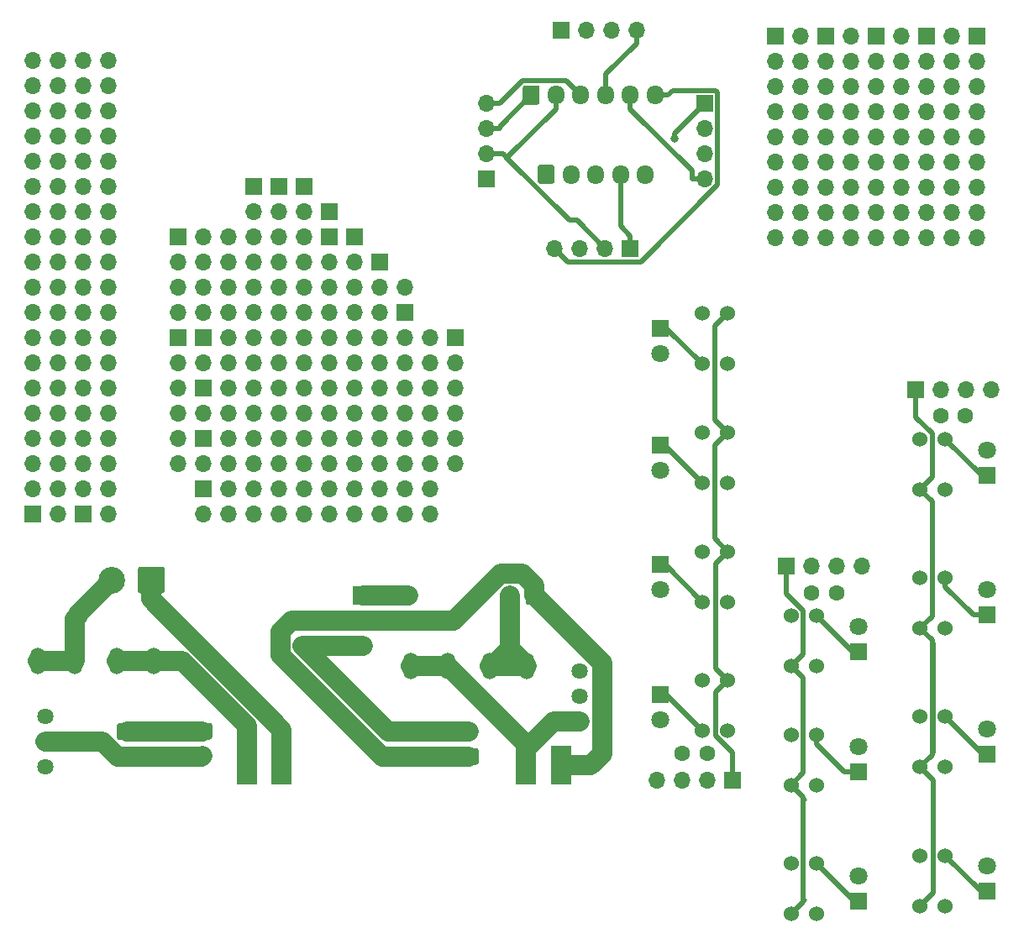
<source format=gbl>
%TF.GenerationSoftware,KiCad,Pcbnew,(5.1.10)-1*%
%TF.CreationDate,2021-11-13T22:23:51+09:00*%
%TF.ProjectId,herakuresu.line,68657261-6b75-4726-9573-752e6c696e65,rev?*%
%TF.SameCoordinates,Original*%
%TF.FileFunction,Copper,L2,Bot*%
%TF.FilePolarity,Positive*%
%FSLAX46Y46*%
G04 Gerber Fmt 4.6, Leading zero omitted, Abs format (unit mm)*
G04 Created by KiCad (PCBNEW (5.1.10)-1) date 2021-11-13 22:23:51*
%MOMM*%
%LPD*%
G01*
G04 APERTURE LIST*
%TA.AperFunction,ComponentPad*%
%ADD10O,1.700000X1.700000*%
%TD*%
%TA.AperFunction,ComponentPad*%
%ADD11R,1.700000X1.700000*%
%TD*%
%TA.AperFunction,ComponentPad*%
%ADD12C,1.600000*%
%TD*%
%TA.AperFunction,ComponentPad*%
%ADD13R,1.800000X1.800000*%
%TD*%
%TA.AperFunction,ComponentPad*%
%ADD14C,1.800000*%
%TD*%
%TA.AperFunction,ComponentPad*%
%ADD15C,1.524000*%
%TD*%
%TA.AperFunction,ComponentPad*%
%ADD16O,2.000000X1.700000*%
%TD*%
%TA.AperFunction,SMDPad,CuDef*%
%ADD17R,2.000000X4.000000*%
%TD*%
%TA.AperFunction,ComponentPad*%
%ADD18C,1.635000*%
%TD*%
%TA.AperFunction,ComponentPad*%
%ADD19R,2.000000X1.905000*%
%TD*%
%TA.AperFunction,ComponentPad*%
%ADD20O,2.000000X1.905000*%
%TD*%
%TA.AperFunction,ComponentPad*%
%ADD21O,1.500000X2.700000*%
%TD*%
%TA.AperFunction,ComponentPad*%
%ADD22O,1.700000X2.000000*%
%TD*%
%TA.AperFunction,ComponentPad*%
%ADD23C,2.700000*%
%TD*%
%TA.AperFunction,ComponentPad*%
%ADD24O,1.700000X1.950000*%
%TD*%
%TA.AperFunction,ViaPad*%
%ADD25C,0.800000*%
%TD*%
%TA.AperFunction,Conductor*%
%ADD26C,0.500000*%
%TD*%
%TA.AperFunction,Conductor*%
%ADD27C,0.250000*%
%TD*%
%TA.AperFunction,Conductor*%
%ADD28C,2.000000*%
%TD*%
G04 APERTURE END LIST*
D10*
%TO.P,REF\u002A\u002A,9*%
%TO.N,N/C*%
X186714985Y-78434968D03*
%TO.P,REF\u002A\u002A,8*%
X186714985Y-75894968D03*
%TO.P,REF\u002A\u002A,7*%
X186714985Y-73354968D03*
%TO.P,REF\u002A\u002A,6*%
X186714985Y-70814968D03*
%TO.P,REF\u002A\u002A,5*%
X186714985Y-68274968D03*
%TO.P,REF\u002A\u002A,4*%
X186714985Y-65734968D03*
%TO.P,REF\u002A\u002A,3*%
X186714985Y-63194968D03*
%TO.P,REF\u002A\u002A,2*%
X186714985Y-60654968D03*
D11*
%TO.P,REF\u002A\u002A,1*%
X186714985Y-58114968D03*
%TD*%
%TO.P,REF\u002A\u002A,1*%
%TO.N,N/C*%
X191794985Y-58114968D03*
D10*
%TO.P,REF\u002A\u002A,2*%
X189254985Y-58114968D03*
%TO.P,REF\u002A\u002A,3*%
X191794985Y-60654968D03*
%TO.P,REF\u002A\u002A,4*%
X189254985Y-60654968D03*
%TO.P,REF\u002A\u002A,5*%
X191794985Y-63194968D03*
%TO.P,REF\u002A\u002A,6*%
X189254985Y-63194968D03*
%TO.P,REF\u002A\u002A,7*%
X191794985Y-65734968D03*
%TO.P,REF\u002A\u002A,8*%
X189254985Y-65734968D03*
%TO.P,REF\u002A\u002A,9*%
X191794985Y-68274968D03*
%TO.P,REF\u002A\u002A,10*%
X189254985Y-68274968D03*
%TO.P,REF\u002A\u002A,11*%
X191794985Y-70814968D03*
%TO.P,REF\u002A\u002A,12*%
X189254985Y-70814968D03*
%TO.P,REF\u002A\u002A,13*%
X191794985Y-73354968D03*
%TO.P,REF\u002A\u002A,14*%
X189254985Y-73354968D03*
%TO.P,REF\u002A\u002A,15*%
X191794985Y-75894968D03*
%TO.P,REF\u002A\u002A,16*%
X189254985Y-75894968D03*
%TO.P,REF\u002A\u002A,17*%
X191794985Y-78434968D03*
%TO.P,REF\u002A\u002A,18*%
X189254985Y-78434968D03*
%TD*%
D11*
%TO.P,REF\u002A\u002A,1*%
%TO.N,N/C*%
X196874985Y-58114968D03*
D10*
%TO.P,REF\u002A\u002A,2*%
X194334985Y-58114968D03*
%TO.P,REF\u002A\u002A,3*%
X196874985Y-60654968D03*
%TO.P,REF\u002A\u002A,4*%
X194334985Y-60654968D03*
%TO.P,REF\u002A\u002A,5*%
X196874985Y-63194968D03*
%TO.P,REF\u002A\u002A,6*%
X194334985Y-63194968D03*
%TO.P,REF\u002A\u002A,7*%
X196874985Y-65734968D03*
%TO.P,REF\u002A\u002A,8*%
X194334985Y-65734968D03*
%TO.P,REF\u002A\u002A,9*%
X196874985Y-68274968D03*
%TO.P,REF\u002A\u002A,10*%
X194334985Y-68274968D03*
%TO.P,REF\u002A\u002A,11*%
X196874985Y-70814968D03*
%TO.P,REF\u002A\u002A,12*%
X194334985Y-70814968D03*
%TO.P,REF\u002A\u002A,13*%
X196874985Y-73354968D03*
%TO.P,REF\u002A\u002A,14*%
X194334985Y-73354968D03*
%TO.P,REF\u002A\u002A,15*%
X196874985Y-75894968D03*
%TO.P,REF\u002A\u002A,16*%
X194334985Y-75894968D03*
%TO.P,REF\u002A\u002A,17*%
X196874985Y-78434968D03*
%TO.P,REF\u002A\u002A,18*%
X194334985Y-78434968D03*
%TD*%
D11*
%TO.P,REF\u002A\u002A,1*%
%TO.N,N/C*%
X201954985Y-58114968D03*
D10*
%TO.P,REF\u002A\u002A,2*%
X199414985Y-58114968D03*
%TO.P,REF\u002A\u002A,3*%
X201954985Y-60654968D03*
%TO.P,REF\u002A\u002A,4*%
X199414985Y-60654968D03*
%TO.P,REF\u002A\u002A,5*%
X201954985Y-63194968D03*
%TO.P,REF\u002A\u002A,6*%
X199414985Y-63194968D03*
%TO.P,REF\u002A\u002A,7*%
X201954985Y-65734968D03*
%TO.P,REF\u002A\u002A,8*%
X199414985Y-65734968D03*
%TO.P,REF\u002A\u002A,9*%
X201954985Y-68274968D03*
%TO.P,REF\u002A\u002A,10*%
X199414985Y-68274968D03*
%TO.P,REF\u002A\u002A,11*%
X201954985Y-70814968D03*
%TO.P,REF\u002A\u002A,12*%
X199414985Y-70814968D03*
%TO.P,REF\u002A\u002A,13*%
X201954985Y-73354968D03*
%TO.P,REF\u002A\u002A,14*%
X199414985Y-73354968D03*
%TO.P,REF\u002A\u002A,15*%
X201954985Y-75894968D03*
%TO.P,REF\u002A\u002A,16*%
X199414985Y-75894968D03*
%TO.P,REF\u002A\u002A,17*%
X201954985Y-78434968D03*
%TO.P,REF\u002A\u002A,18*%
X199414985Y-78434968D03*
%TD*%
%TO.P,REF\u002A\u002A,18*%
%TO.N,N/C*%
X204494985Y-78434968D03*
%TO.P,REF\u002A\u002A,17*%
X207034985Y-78434968D03*
%TO.P,REF\u002A\u002A,16*%
X204494985Y-75894968D03*
%TO.P,REF\u002A\u002A,15*%
X207034985Y-75894968D03*
%TO.P,REF\u002A\u002A,14*%
X204494985Y-73354968D03*
%TO.P,REF\u002A\u002A,13*%
X207034985Y-73354968D03*
%TO.P,REF\u002A\u002A,12*%
X204494985Y-70814968D03*
%TO.P,REF\u002A\u002A,11*%
X207034985Y-70814968D03*
%TO.P,REF\u002A\u002A,10*%
X204494985Y-68274968D03*
%TO.P,REF\u002A\u002A,9*%
X207034985Y-68274968D03*
%TO.P,REF\u002A\u002A,8*%
X204494985Y-65734968D03*
%TO.P,REF\u002A\u002A,7*%
X207034985Y-65734968D03*
%TO.P,REF\u002A\u002A,6*%
X204494985Y-63194968D03*
%TO.P,REF\u002A\u002A,5*%
X207034985Y-63194968D03*
%TO.P,REF\u002A\u002A,4*%
X204494985Y-60654968D03*
%TO.P,REF\u002A\u002A,3*%
X207034985Y-60654968D03*
%TO.P,REF\u002A\u002A,2*%
X204494985Y-58114968D03*
D11*
%TO.P,REF\u002A\u002A,1*%
X207034985Y-58114968D03*
%TD*%
%TO.P,REF\u002A\u002A,1*%
%TO.N,N/C*%
X146769985Y-80904968D03*
%TD*%
%TO.P,REF\u002A\u002A,1*%
%TO.N,N/C*%
X141689985Y-75824968D03*
%TD*%
%TO.P,REF\u002A\u002A,1*%
%TO.N,N/C*%
X139149985Y-73284968D03*
D10*
%TO.P,REF\u002A\u002A,2*%
X139149985Y-75824968D03*
%TD*%
D11*
%TO.P,REF\u002A\u002A,1*%
%TO.N,N/C*%
X136609985Y-73284968D03*
D10*
%TO.P,REF\u002A\u002A,2*%
X136609985Y-75824968D03*
%TD*%
D11*
%TO.P,REF\u002A\u002A,1*%
%TO.N,N/C*%
X134069985Y-73284968D03*
D10*
%TO.P,REF\u002A\u002A,2*%
X134069985Y-75824968D03*
%TD*%
D11*
%TO.P,REF\u002A\u002A,1*%
%TO.N,N/C*%
X144229985Y-78364968D03*
D10*
%TO.P,REF\u002A\u002A,2*%
X144229985Y-80904968D03*
%TD*%
%TO.P,REF\u002A\u002A,2*%
%TO.N,N/C*%
X141689985Y-80904968D03*
D11*
%TO.P,REF\u002A\u002A,1*%
X141689985Y-78364968D03*
%TD*%
D10*
%TO.P,REF\u002A\u002A,6*%
%TO.N,N/C*%
X154389985Y-101224968D03*
%TO.P,REF\u002A\u002A,5*%
X154389985Y-98684968D03*
%TO.P,REF\u002A\u002A,4*%
X154389985Y-96144968D03*
%TO.P,REF\u002A\u002A,3*%
X154389985Y-93604968D03*
%TO.P,REF\u002A\u002A,2*%
X154389985Y-91064968D03*
D11*
%TO.P,REF\u002A\u002A,1*%
X154389985Y-88524968D03*
%TD*%
D10*
%TO.P,REF\u002A\u002A,6*%
%TO.N,N/C*%
X126449985Y-101224968D03*
%TO.P,REF\u002A\u002A,5*%
X126449985Y-98684968D03*
%TO.P,REF\u002A\u002A,4*%
X126449985Y-96144968D03*
%TO.P,REF\u002A\u002A,3*%
X126449985Y-93604968D03*
%TO.P,REF\u002A\u002A,2*%
X126449985Y-91064968D03*
D11*
%TO.P,REF\u002A\u002A,1*%
X126449985Y-88524968D03*
%TD*%
D10*
%TO.P,REF\u002A\u002A,12*%
%TO.N,N/C*%
X139149985Y-80904968D03*
%TO.P,REF\u002A\u002A,11*%
X139149985Y-78364968D03*
%TO.P,REF\u002A\u002A,10*%
X136609985Y-80904968D03*
%TO.P,REF\u002A\u002A,9*%
X136609985Y-78364968D03*
%TO.P,REF\u002A\u002A,8*%
X134069985Y-80904968D03*
%TO.P,REF\u002A\u002A,7*%
X134069985Y-78364968D03*
%TO.P,REF\u002A\u002A,6*%
X131529985Y-80904968D03*
%TO.P,REF\u002A\u002A,5*%
X131529985Y-78364968D03*
%TO.P,REF\u002A\u002A,4*%
X128989985Y-80904968D03*
%TO.P,REF\u002A\u002A,3*%
X128989985Y-78364968D03*
%TO.P,REF\u002A\u002A,2*%
X126449985Y-80904968D03*
D11*
%TO.P,REF\u002A\u002A,1*%
X126449985Y-78364968D03*
%TD*%
%TO.P,REF\u002A\u002A,1*%
%TO.N,N/C*%
X149309985Y-85984968D03*
D10*
%TO.P,REF\u002A\u002A,2*%
X149309985Y-83444968D03*
%TO.P,REF\u002A\u002A,3*%
X146769985Y-85984968D03*
%TO.P,REF\u002A\u002A,4*%
X146769985Y-83444968D03*
%TO.P,REF\u002A\u002A,5*%
X144229985Y-85984968D03*
%TO.P,REF\u002A\u002A,6*%
X144229985Y-83444968D03*
%TO.P,REF\u002A\u002A,7*%
X141689985Y-85984968D03*
%TO.P,REF\u002A\u002A,8*%
X141689985Y-83444968D03*
%TO.P,REF\u002A\u002A,9*%
X139149985Y-85984968D03*
%TO.P,REF\u002A\u002A,10*%
X139149985Y-83444968D03*
%TO.P,REF\u002A\u002A,11*%
X136609985Y-85984968D03*
%TO.P,REF\u002A\u002A,12*%
X136609985Y-83444968D03*
%TO.P,REF\u002A\u002A,13*%
X134069985Y-85984968D03*
%TO.P,REF\u002A\u002A,14*%
X134069985Y-83444968D03*
%TO.P,REF\u002A\u002A,15*%
X131529985Y-85984968D03*
%TO.P,REF\u002A\u002A,16*%
X131529985Y-83444968D03*
%TO.P,REF\u002A\u002A,17*%
X128989985Y-85984968D03*
%TO.P,REF\u002A\u002A,18*%
X128989985Y-83444968D03*
%TO.P,REF\u002A\u002A,19*%
X126449985Y-85984968D03*
%TO.P,REF\u002A\u002A,20*%
X126449985Y-83444968D03*
%TD*%
D11*
%TO.P,REF\u002A\u002A,1*%
%TO.N,N/C*%
X128989985Y-88524968D03*
D10*
%TO.P,REF\u002A\u002A,2*%
X128989985Y-91064968D03*
%TO.P,REF\u002A\u002A,3*%
X131529985Y-88524968D03*
%TO.P,REF\u002A\u002A,4*%
X131529985Y-91064968D03*
%TO.P,REF\u002A\u002A,5*%
X134069985Y-88524968D03*
%TO.P,REF\u002A\u002A,6*%
X134069985Y-91064968D03*
%TO.P,REF\u002A\u002A,7*%
X136609985Y-88524968D03*
%TO.P,REF\u002A\u002A,8*%
X136609985Y-91064968D03*
%TO.P,REF\u002A\u002A,9*%
X139149985Y-88524968D03*
%TO.P,REF\u002A\u002A,10*%
X139149985Y-91064968D03*
%TO.P,REF\u002A\u002A,11*%
X141689985Y-88524968D03*
%TO.P,REF\u002A\u002A,12*%
X141689985Y-91064968D03*
%TO.P,REF\u002A\u002A,13*%
X144229985Y-88524968D03*
%TO.P,REF\u002A\u002A,14*%
X144229985Y-91064968D03*
%TO.P,REF\u002A\u002A,15*%
X146769985Y-88524968D03*
%TO.P,REF\u002A\u002A,16*%
X146769985Y-91064968D03*
%TO.P,REF\u002A\u002A,17*%
X149309985Y-88524968D03*
%TO.P,REF\u002A\u002A,18*%
X149309985Y-91064968D03*
%TO.P,REF\u002A\u002A,19*%
X151849985Y-88524968D03*
%TO.P,REF\u002A\u002A,20*%
X151849985Y-91064968D03*
%TD*%
D11*
%TO.P,REF\u002A\u002A,1*%
%TO.N,N/C*%
X128989985Y-93604968D03*
D10*
%TO.P,REF\u002A\u002A,2*%
X128989985Y-96144968D03*
%TO.P,REF\u002A\u002A,3*%
X131529985Y-93604968D03*
%TO.P,REF\u002A\u002A,4*%
X131529985Y-96144968D03*
%TO.P,REF\u002A\u002A,5*%
X134069985Y-93604968D03*
%TO.P,REF\u002A\u002A,6*%
X134069985Y-96144968D03*
%TO.P,REF\u002A\u002A,7*%
X136609985Y-93604968D03*
%TO.P,REF\u002A\u002A,8*%
X136609985Y-96144968D03*
%TO.P,REF\u002A\u002A,9*%
X139149985Y-93604968D03*
%TO.P,REF\u002A\u002A,10*%
X139149985Y-96144968D03*
%TO.P,REF\u002A\u002A,11*%
X141689985Y-93604968D03*
%TO.P,REF\u002A\u002A,12*%
X141689985Y-96144968D03*
%TO.P,REF\u002A\u002A,13*%
X144229985Y-93604968D03*
%TO.P,REF\u002A\u002A,14*%
X144229985Y-96144968D03*
%TO.P,REF\u002A\u002A,15*%
X146769985Y-93604968D03*
%TO.P,REF\u002A\u002A,16*%
X146769985Y-96144968D03*
%TO.P,REF\u002A\u002A,17*%
X149309985Y-93604968D03*
%TO.P,REF\u002A\u002A,18*%
X149309985Y-96144968D03*
%TO.P,REF\u002A\u002A,19*%
X151849985Y-93604968D03*
%TO.P,REF\u002A\u002A,20*%
X151849985Y-96144968D03*
%TD*%
D11*
%TO.P,REF\u002A\u002A,1*%
%TO.N,N/C*%
X128989985Y-98684968D03*
D10*
%TO.P,REF\u002A\u002A,2*%
X128989985Y-101224968D03*
%TO.P,REF\u002A\u002A,3*%
X131529985Y-98684968D03*
%TO.P,REF\u002A\u002A,4*%
X131529985Y-101224968D03*
%TO.P,REF\u002A\u002A,5*%
X134069985Y-98684968D03*
%TO.P,REF\u002A\u002A,6*%
X134069985Y-101224968D03*
%TO.P,REF\u002A\u002A,7*%
X136609985Y-98684968D03*
%TO.P,REF\u002A\u002A,8*%
X136609985Y-101224968D03*
%TO.P,REF\u002A\u002A,9*%
X139149985Y-98684968D03*
%TO.P,REF\u002A\u002A,10*%
X139149985Y-101224968D03*
%TO.P,REF\u002A\u002A,11*%
X141689985Y-98684968D03*
%TO.P,REF\u002A\u002A,12*%
X141689985Y-101224968D03*
%TO.P,REF\u002A\u002A,13*%
X144229985Y-98684968D03*
%TO.P,REF\u002A\u002A,14*%
X144229985Y-101224968D03*
%TO.P,REF\u002A\u002A,15*%
X146769985Y-98684968D03*
%TO.P,REF\u002A\u002A,16*%
X146769985Y-101224968D03*
%TO.P,REF\u002A\u002A,17*%
X149309985Y-98684968D03*
%TO.P,REF\u002A\u002A,18*%
X149309985Y-101224968D03*
%TO.P,REF\u002A\u002A,19*%
X151849985Y-98684968D03*
%TO.P,REF\u002A\u002A,20*%
X151849985Y-101224968D03*
%TD*%
%TO.P,REF\u002A\u002A,20*%
%TO.N,N/C*%
X151849985Y-106304968D03*
%TO.P,REF\u002A\u002A,19*%
X151849985Y-103764968D03*
%TO.P,REF\u002A\u002A,18*%
X149309985Y-106304968D03*
%TO.P,REF\u002A\u002A,17*%
X149309985Y-103764968D03*
%TO.P,REF\u002A\u002A,16*%
X146769985Y-106304968D03*
%TO.P,REF\u002A\u002A,15*%
X146769985Y-103764968D03*
%TO.P,REF\u002A\u002A,14*%
X144229985Y-106304968D03*
%TO.P,REF\u002A\u002A,13*%
X144229985Y-103764968D03*
%TO.P,REF\u002A\u002A,12*%
X141689985Y-106304968D03*
%TO.P,REF\u002A\u002A,11*%
X141689985Y-103764968D03*
%TO.P,REF\u002A\u002A,10*%
X139149985Y-106304968D03*
%TO.P,REF\u002A\u002A,9*%
X139149985Y-103764968D03*
%TO.P,REF\u002A\u002A,8*%
X136609985Y-106304968D03*
%TO.P,REF\u002A\u002A,7*%
X136609985Y-103764968D03*
%TO.P,REF\u002A\u002A,6*%
X134069985Y-106304968D03*
%TO.P,REF\u002A\u002A,5*%
X134069985Y-103764968D03*
%TO.P,REF\u002A\u002A,4*%
X131529985Y-106304968D03*
%TO.P,REF\u002A\u002A,3*%
X131529985Y-103764968D03*
%TO.P,REF\u002A\u002A,2*%
X128989985Y-106304968D03*
D11*
%TO.P,REF\u002A\u002A,1*%
X128989985Y-103764968D03*
%TD*%
D10*
%TO.P,REF\u002A\u002A,38*%
%TO.N,N/C*%
X119464985Y-60584968D03*
%TO.P,REF\u002A\u002A,37*%
X116924985Y-60584968D03*
%TO.P,REF\u002A\u002A,36*%
X119464985Y-63124968D03*
%TO.P,REF\u002A\u002A,35*%
X116924985Y-63124968D03*
%TO.P,REF\u002A\u002A,34*%
X119464985Y-65664968D03*
%TO.P,REF\u002A\u002A,33*%
X116924985Y-65664968D03*
%TO.P,REF\u002A\u002A,32*%
X119464985Y-68204968D03*
%TO.P,REF\u002A\u002A,31*%
X116924985Y-68204968D03*
%TO.P,REF\u002A\u002A,30*%
X119464985Y-70744968D03*
%TO.P,REF\u002A\u002A,29*%
X116924985Y-70744968D03*
%TO.P,REF\u002A\u002A,28*%
X119464985Y-73284968D03*
%TO.P,REF\u002A\u002A,27*%
X116924985Y-73284968D03*
%TO.P,REF\u002A\u002A,26*%
X119464985Y-75824968D03*
%TO.P,REF\u002A\u002A,25*%
X116924985Y-75824968D03*
%TO.P,REF\u002A\u002A,24*%
X119464985Y-78364968D03*
%TO.P,REF\u002A\u002A,23*%
X116924985Y-78364968D03*
%TO.P,REF\u002A\u002A,22*%
X119464985Y-80904968D03*
%TO.P,REF\u002A\u002A,21*%
X116924985Y-80904968D03*
%TO.P,REF\u002A\u002A,20*%
X119464985Y-83444968D03*
%TO.P,REF\u002A\u002A,19*%
X116924985Y-83444968D03*
%TO.P,REF\u002A\u002A,18*%
X119464985Y-85984968D03*
%TO.P,REF\u002A\u002A,17*%
X116924985Y-85984968D03*
%TO.P,REF\u002A\u002A,16*%
X119464985Y-88524968D03*
%TO.P,REF\u002A\u002A,15*%
X116924985Y-88524968D03*
%TO.P,REF\u002A\u002A,14*%
X119464985Y-91064968D03*
%TO.P,REF\u002A\u002A,13*%
X116924985Y-91064968D03*
%TO.P,REF\u002A\u002A,12*%
X119464985Y-93604968D03*
%TO.P,REF\u002A\u002A,11*%
X116924985Y-93604968D03*
%TO.P,REF\u002A\u002A,10*%
X119464985Y-96144968D03*
%TO.P,REF\u002A\u002A,9*%
X116924985Y-96144968D03*
%TO.P,REF\u002A\u002A,8*%
X119464985Y-98684968D03*
%TO.P,REF\u002A\u002A,7*%
X116924985Y-98684968D03*
%TO.P,REF\u002A\u002A,6*%
X119464985Y-101224968D03*
%TO.P,REF\u002A\u002A,5*%
X116924985Y-101224968D03*
%TO.P,REF\u002A\u002A,4*%
X119464985Y-103764968D03*
%TO.P,REF\u002A\u002A,3*%
X116924985Y-103764968D03*
%TO.P,REF\u002A\u002A,2*%
X119464985Y-106304968D03*
D11*
%TO.P,REF\u002A\u002A,1*%
X116924985Y-106304968D03*
%TD*%
D10*
%TO.P,REF\u002A\u002A,38*%
%TO.N,N/C*%
X114384985Y-60584968D03*
%TO.P,REF\u002A\u002A,37*%
X111844985Y-60584968D03*
%TO.P,REF\u002A\u002A,36*%
X114384985Y-63124968D03*
%TO.P,REF\u002A\u002A,35*%
X111844985Y-63124968D03*
%TO.P,REF\u002A\u002A,34*%
X114384985Y-65664968D03*
%TO.P,REF\u002A\u002A,33*%
X111844985Y-65664968D03*
%TO.P,REF\u002A\u002A,32*%
X114384985Y-68204968D03*
%TO.P,REF\u002A\u002A,31*%
X111844985Y-68204968D03*
%TO.P,REF\u002A\u002A,30*%
X114384985Y-70744968D03*
%TO.P,REF\u002A\u002A,29*%
X111844985Y-70744968D03*
%TO.P,REF\u002A\u002A,28*%
X114384985Y-73284968D03*
%TO.P,REF\u002A\u002A,27*%
X111844985Y-73284968D03*
%TO.P,REF\u002A\u002A,26*%
X114384985Y-75824968D03*
%TO.P,REF\u002A\u002A,25*%
X111844985Y-75824968D03*
%TO.P,REF\u002A\u002A,24*%
X114384985Y-78364968D03*
%TO.P,REF\u002A\u002A,23*%
X111844985Y-78364968D03*
%TO.P,REF\u002A\u002A,22*%
X114384985Y-80904968D03*
%TO.P,REF\u002A\u002A,21*%
X111844985Y-80904968D03*
%TO.P,REF\u002A\u002A,20*%
X114384985Y-83444968D03*
%TO.P,REF\u002A\u002A,19*%
X111844985Y-83444968D03*
%TO.P,REF\u002A\u002A,18*%
X114384985Y-85984968D03*
%TO.P,REF\u002A\u002A,17*%
X111844985Y-85984968D03*
%TO.P,REF\u002A\u002A,16*%
X114384985Y-88524968D03*
%TO.P,REF\u002A\u002A,15*%
X111844985Y-88524968D03*
%TO.P,REF\u002A\u002A,14*%
X114384985Y-91064968D03*
%TO.P,REF\u002A\u002A,13*%
X111844985Y-91064968D03*
%TO.P,REF\u002A\u002A,12*%
X114384985Y-93604968D03*
%TO.P,REF\u002A\u002A,11*%
X111844985Y-93604968D03*
%TO.P,REF\u002A\u002A,10*%
X114384985Y-96144968D03*
%TO.P,REF\u002A\u002A,9*%
X111844985Y-96144968D03*
%TO.P,REF\u002A\u002A,8*%
X114384985Y-98684968D03*
%TO.P,REF\u002A\u002A,7*%
X111844985Y-98684968D03*
%TO.P,REF\u002A\u002A,6*%
X114384985Y-101224968D03*
%TO.P,REF\u002A\u002A,5*%
X111844985Y-101224968D03*
%TO.P,REF\u002A\u002A,4*%
X114384985Y-103764968D03*
%TO.P,REF\u002A\u002A,3*%
X111844985Y-103764968D03*
%TO.P,REF\u002A\u002A,2*%
X114384985Y-106304968D03*
D11*
%TO.P,REF\u002A\u002A,1*%
X111844985Y-106304968D03*
%TD*%
D12*
%TO.P,C1,1*%
%TO.N,N/C*%
X179784986Y-130489664D03*
%TO.P,C1,2*%
X177284986Y-130489664D03*
%TD*%
D13*
%TO.P,D1,1*%
%TO.N,N/C*%
X175094986Y-124494664D03*
D14*
%TO.P,D1,2*%
X175094986Y-127034664D03*
%TD*%
D15*
%TO.P,U4,1*%
%TO.N,N/C*%
X179324986Y-91179664D03*
%TO.P,U4,2*%
X181864986Y-91179664D03*
%TO.P,U4,3*%
X181864986Y-86099664D03*
%TO.P,U4,4*%
X179324986Y-86099664D03*
%TD*%
%TO.P,U2,1*%
%TO.N,N/C*%
X179324986Y-115179664D03*
%TO.P,U2,2*%
X181864986Y-115179664D03*
%TO.P,U2,3*%
X181864986Y-110099664D03*
%TO.P,U2,4*%
X179324986Y-110099664D03*
%TD*%
%TO.P,U3,1*%
%TO.N,N/C*%
X179324986Y-103179664D03*
%TO.P,U3,2*%
X181864986Y-103179664D03*
%TO.P,U3,3*%
X181864986Y-98099664D03*
%TO.P,U3,4*%
X179324986Y-98099664D03*
%TD*%
D13*
%TO.P,D2,1*%
%TO.N,N/C*%
X175094986Y-111429664D03*
D14*
%TO.P,D2,2*%
X175094986Y-113969664D03*
%TD*%
D15*
%TO.P,U1,1*%
%TO.N,N/C*%
X179324986Y-128179664D03*
%TO.P,U1,2*%
X181864986Y-128179664D03*
%TO.P,U1,3*%
X181864986Y-123099664D03*
%TO.P,U1,4*%
X179324986Y-123099664D03*
%TD*%
D13*
%TO.P,D4,1*%
%TO.N,N/C*%
X175094986Y-87569664D03*
D14*
%TO.P,D4,2*%
X175094986Y-90109664D03*
%TD*%
D13*
%TO.P,D3,1*%
%TO.N,N/C*%
X175094986Y-99364664D03*
D14*
%TO.P,D3,2*%
X175094986Y-101904664D03*
%TD*%
D11*
%TO.P,J1,1*%
%TO.N,N/C*%
X182324986Y-133164664D03*
D10*
%TO.P,J1,2*%
X179784986Y-133164664D03*
%TO.P,J1,3*%
X177244986Y-133164664D03*
%TO.P,J1,4*%
X174704986Y-133164664D03*
%TD*%
D12*
%TO.P,C1,1*%
%TO.N,N/C*%
X190364985Y-114249968D03*
%TO.P,C1,2*%
X192864985Y-114249968D03*
%TD*%
D13*
%TO.P,D1,1*%
%TO.N,N/C*%
X195054985Y-120244968D03*
D14*
%TO.P,D1,2*%
X195054985Y-117704968D03*
%TD*%
D15*
%TO.P,U2,1*%
%TO.N,N/C*%
X190824985Y-128559968D03*
%TO.P,U2,2*%
X188284985Y-128559968D03*
%TO.P,U2,3*%
X188284985Y-133639968D03*
%TO.P,U2,4*%
X190824985Y-133639968D03*
%TD*%
%TO.P,U3,1*%
%TO.N,N/C*%
X190824985Y-141559968D03*
%TO.P,U3,2*%
X188284985Y-141559968D03*
%TO.P,U3,3*%
X188284985Y-146639968D03*
%TO.P,U3,4*%
X190824985Y-146639968D03*
%TD*%
D13*
%TO.P,D2,1*%
%TO.N,N/C*%
X195054985Y-132309968D03*
D14*
%TO.P,D2,2*%
X195054985Y-129769968D03*
%TD*%
D15*
%TO.P,U1,1*%
%TO.N,N/C*%
X190824985Y-116559968D03*
%TO.P,U1,2*%
X188284985Y-116559968D03*
%TO.P,U1,3*%
X188284985Y-121639968D03*
%TO.P,U1,4*%
X190824985Y-121639968D03*
%TD*%
D13*
%TO.P,D3,1*%
%TO.N,N/C*%
X195054985Y-145374968D03*
D14*
%TO.P,D3,2*%
X195054985Y-142834968D03*
%TD*%
D11*
%TO.P,J1,1*%
%TO.N,N/C*%
X187824985Y-111574968D03*
D10*
%TO.P,J1,2*%
X190364985Y-111574968D03*
%TO.P,J1,3*%
X192904985Y-111574968D03*
%TO.P,J1,4*%
X195444985Y-111574968D03*
%TD*%
D15*
%TO.P,U1,4*%
%TO.N,GND*%
X203807493Y-103827484D03*
%TO.P,U1,3*%
%TO.N,Vout*%
X201267493Y-103827484D03*
%TO.P,U1,2*%
%TO.N,+5V*%
X201267493Y-98747484D03*
%TO.P,U1,1*%
%TO.N,Net-(D1-Pad1)*%
X203807493Y-98747484D03*
%TD*%
%TO.P,U2,4*%
%TO.N,GND*%
X203807493Y-117827484D03*
%TO.P,U2,3*%
%TO.N,Vout*%
X201267493Y-117827484D03*
%TO.P,U2,2*%
%TO.N,+5V*%
X201267493Y-112747484D03*
%TO.P,U2,1*%
%TO.N,Net-(D2-Pad1)*%
X203807493Y-112747484D03*
%TD*%
%TO.P,U3,4*%
%TO.N,GND*%
X203807493Y-131827484D03*
%TO.P,U3,3*%
%TO.N,Vout*%
X201267493Y-131827484D03*
%TO.P,U3,2*%
%TO.N,+5V*%
X201267493Y-126747484D03*
%TO.P,U3,1*%
%TO.N,Net-(D3-Pad1)*%
X203807493Y-126747484D03*
%TD*%
%TO.P,U4,4*%
%TO.N,GND*%
X203807493Y-145827484D03*
%TO.P,U4,3*%
%TO.N,Vout*%
X201267493Y-145827484D03*
%TO.P,U4,2*%
%TO.N,+5V*%
X201267493Y-140747484D03*
%TO.P,U4,1*%
%TO.N,Net-(D4-Pad1)*%
X203807493Y-140747484D03*
%TD*%
D10*
%TO.P,J1,4*%
%TO.N,LED*%
X208427493Y-93762484D03*
%TO.P,J1,3*%
%TO.N,GND*%
X205887493Y-93762484D03*
%TO.P,J1,2*%
%TO.N,+5V*%
X203347493Y-93762484D03*
D11*
%TO.P,J1,1*%
%TO.N,Vout*%
X200807493Y-93762484D03*
%TD*%
D14*
%TO.P,D4,2*%
%TO.N,LED*%
X208037493Y-141817484D03*
D13*
%TO.P,D4,1*%
%TO.N,Net-(D4-Pad1)*%
X208037493Y-144357484D03*
%TD*%
D14*
%TO.P,D3,2*%
%TO.N,LED*%
X208037493Y-128022484D03*
D13*
%TO.P,D3,1*%
%TO.N,Net-(D3-Pad1)*%
X208037493Y-130562484D03*
%TD*%
D14*
%TO.P,D2,2*%
%TO.N,LED*%
X208037493Y-113957484D03*
D13*
%TO.P,D2,1*%
%TO.N,Net-(D2-Pad1)*%
X208037493Y-116497484D03*
%TD*%
D14*
%TO.P,D1,2*%
%TO.N,LED*%
X208037493Y-99892484D03*
D13*
%TO.P,D1,1*%
%TO.N,Net-(D1-Pad1)*%
X208037493Y-102432484D03*
%TD*%
D12*
%TO.P,C1,2*%
%TO.N,GND*%
X205847493Y-96437484D03*
%TO.P,C1,1*%
%TO.N,+5V*%
X203347493Y-96437484D03*
%TD*%
%TO.P,C2,1*%
%TO.N,GND*%
X149692499Y-117045651D03*
%TO.P,C2,2*%
%TO.N,Net-(C2-Pad2)*%
X149692499Y-114545651D03*
%TD*%
%TO.P,J8,1*%
%TO.N,GND1*%
%TA.AperFunction,ComponentPad*%
G36*
G01*
X120554498Y-127411651D02*
X122054498Y-127411651D01*
G75*
G02*
X122304498Y-127661651I0J-250000D01*
G01*
X122304498Y-128861651D01*
G75*
G02*
X122054498Y-129111651I-250000J0D01*
G01*
X120554498Y-129111651D01*
G75*
G02*
X120304498Y-128861651I0J250000D01*
G01*
X120304498Y-127661651D01*
G75*
G02*
X120554498Y-127411651I250000J0D01*
G01*
G37*
%TD.AperFunction*%
D16*
%TO.P,J8,2*%
%TO.N,+12V*%
X121304498Y-130761651D03*
%TD*%
D17*
%TO.P,MES2,2*%
%TO.N,Net-(F2-Pad2)*%
X133438499Y-131657651D03*
%TO.P,MES2,1*%
%TO.N,GND1*%
X136938499Y-131657651D03*
%TD*%
D18*
%TO.P,SW1,1*%
%TO.N,Net-(F1-Pad2)*%
X166964499Y-127205651D03*
%TO.P,SW1,2*%
%TO.N,Net-(C2-Pad2)*%
X166964499Y-124665651D03*
%TO.P,SW1,3*%
%TO.N,N/C*%
X166964499Y-122125651D03*
%TD*%
%TO.P,J1,1*%
%TO.N,GND*%
%TA.AperFunction,ComponentPad*%
G36*
G01*
X148410499Y-131611651D02*
X146910499Y-131611651D01*
G75*
G02*
X146660499Y-131361651I0J250000D01*
G01*
X146660499Y-130161651D01*
G75*
G02*
X146910499Y-129911651I250000J0D01*
G01*
X148410499Y-129911651D01*
G75*
G02*
X148660499Y-130161651I0J-250000D01*
G01*
X148660499Y-131361651D01*
G75*
G02*
X148410499Y-131611651I-250000J0D01*
G01*
G37*
%TD.AperFunction*%
D16*
%TO.P,J1,2*%
%TO.N,+5V*%
X147660499Y-128261651D03*
%TD*%
D19*
%TO.P,U7,1*%
%TO.N,Net-(C2-Pad2)*%
X145120499Y-114505651D03*
D20*
%TO.P,U7,2*%
%TO.N,GND*%
X145120499Y-117045651D03*
%TO.P,U7,3*%
%TO.N,+5V*%
X145120499Y-119585651D03*
%TD*%
D21*
%TO.P,F2,2*%
%TO.N,Net-(F2-Pad2)*%
X124046499Y-121109651D03*
X120346499Y-121109651D03*
%TO.P,F2,1*%
%TO.N,Net-(BT2-Pad2)*%
X116046499Y-121109651D03*
X112346499Y-121109651D03*
%TD*%
D17*
%TO.P,MES1,2*%
%TO.N,Net-(F1-Pad2)*%
X161578498Y-131657651D03*
%TO.P,MES1,1*%
%TO.N,GND*%
X165078498Y-131657651D03*
%TD*%
D18*
%TO.P,SW2,1*%
%TO.N,Net-(F2-Pad2)*%
X113116499Y-131777651D03*
%TO.P,SW2,2*%
%TO.N,+12V*%
X113116499Y-129237651D03*
%TO.P,SW2,3*%
%TO.N,N/C*%
X113116499Y-126697651D03*
%TD*%
%TO.P,BT1,1*%
%TO.N,GND*%
%TA.AperFunction,ComponentPad*%
G36*
G01*
X163242499Y-113755651D02*
X163242499Y-115255651D01*
G75*
G02*
X162992499Y-115505651I-250000J0D01*
G01*
X161792499Y-115505651D01*
G75*
G02*
X161542499Y-115255651I0J250000D01*
G01*
X161542499Y-113755651D01*
G75*
G02*
X161792499Y-113505651I250000J0D01*
G01*
X162992499Y-113505651D01*
G75*
G02*
X163242499Y-113755651I0J-250000D01*
G01*
G37*
%TD.AperFunction*%
D22*
%TO.P,BT1,2*%
%TO.N,Net-(BT1-Pad2)*%
X159892499Y-114505651D03*
%TD*%
%TO.P,J11,1*%
%TO.N,GND1*%
%TA.AperFunction,ComponentPad*%
G36*
G01*
X128174498Y-127371651D02*
X129674498Y-127371651D01*
G75*
G02*
X129924498Y-127621651I0J-250000D01*
G01*
X129924498Y-128821651D01*
G75*
G02*
X129674498Y-129071651I-250000J0D01*
G01*
X128174498Y-129071651D01*
G75*
G02*
X127924498Y-128821651I0J250000D01*
G01*
X127924498Y-127621651D01*
G75*
G02*
X128174498Y-127371651I250000J0D01*
G01*
G37*
%TD.AperFunction*%
D16*
%TO.P,J11,2*%
%TO.N,+12V*%
X128924498Y-130721651D03*
%TD*%
%TO.P,BT2,1*%
%TO.N,GND1*%
%TA.AperFunction,ComponentPad*%
G36*
G01*
X125134499Y-111881652D02*
X125134499Y-114081650D01*
G75*
G02*
X124884498Y-114331651I-250001J0D01*
G01*
X122684500Y-114331651D01*
G75*
G02*
X122434499Y-114081650I0J250001D01*
G01*
X122434499Y-111881652D01*
G75*
G02*
X122684500Y-111631651I250001J0D01*
G01*
X124884498Y-111631651D01*
G75*
G02*
X125134499Y-111881652I0J-250001D01*
G01*
G37*
%TD.AperFunction*%
D23*
%TO.P,BT2,2*%
%TO.N,Net-(BT2-Pad2)*%
X119824499Y-112981651D03*
%TD*%
%TO.P,J2,1*%
%TO.N,GND*%
%TA.AperFunction,ComponentPad*%
G36*
G01*
X156538499Y-131611651D02*
X155038499Y-131611651D01*
G75*
G02*
X154788499Y-131361651I0J250000D01*
G01*
X154788499Y-130161651D01*
G75*
G02*
X155038499Y-129911651I250000J0D01*
G01*
X156538499Y-129911651D01*
G75*
G02*
X156788499Y-130161651I0J-250000D01*
G01*
X156788499Y-131361651D01*
G75*
G02*
X156538499Y-131611651I-250000J0D01*
G01*
G37*
%TD.AperFunction*%
D16*
%TO.P,J2,2*%
%TO.N,+5V*%
X155788499Y-128261651D03*
%TD*%
D12*
%TO.P,C1,1*%
%TO.N,+5V*%
X139024499Y-119585651D03*
%TO.P,C1,2*%
%TO.N,GND*%
X139024499Y-117085651D03*
%TD*%
D21*
%TO.P,F1,2*%
%TO.N,Net-(F1-Pad2)*%
X149938499Y-121617651D03*
X153638499Y-121617651D03*
%TO.P,F1,1*%
%TO.N,Net-(BT1-Pad2)*%
X157938499Y-121617651D03*
X161638499Y-121617651D03*
%TD*%
D11*
%TO.P,J1,1*%
%TO.N,N/C*%
X157574985Y-72574967D03*
D10*
%TO.P,J1,2*%
X157574985Y-70034967D03*
%TO.P,J1,3*%
X157574985Y-67494967D03*
%TO.P,J1,4*%
X157574985Y-64954967D03*
%TD*%
D11*
%TO.P,J4,1*%
%TO.N,N/C*%
X179574985Y-64954967D03*
D10*
%TO.P,J4,2*%
X179574985Y-67494967D03*
%TO.P,J4,3*%
X179574985Y-70034967D03*
%TO.P,J4,4*%
X179574985Y-72574967D03*
%TD*%
%TO.P,J5,1*%
%TO.N,N/C*%
%TA.AperFunction,ComponentPad*%
G36*
G01*
X162724985Y-72799967D02*
X162724985Y-71349967D01*
G75*
G02*
X162974985Y-71099967I250000J0D01*
G01*
X164174985Y-71099967D01*
G75*
G02*
X164424985Y-71349967I0J-250000D01*
G01*
X164424985Y-72799967D01*
G75*
G02*
X164174985Y-73049967I-250000J0D01*
G01*
X162974985Y-73049967D01*
G75*
G02*
X162724985Y-72799967I0J250000D01*
G01*
G37*
%TD.AperFunction*%
D24*
%TO.P,J5,2*%
X166074985Y-72074967D03*
%TO.P,J5,3*%
X168574985Y-72074967D03*
%TO.P,J5,4*%
X171074985Y-72074967D03*
%TO.P,J5,5*%
X173574985Y-72074967D03*
%TD*%
D11*
%TO.P,J6,1*%
%TO.N,N/C*%
X172074985Y-79574967D03*
D10*
%TO.P,J6,2*%
X169534985Y-79574967D03*
%TO.P,J6,3*%
X166994985Y-79574967D03*
%TO.P,J6,4*%
X164454985Y-79574967D03*
%TD*%
%TO.P,J2,1*%
%TO.N,N/C*%
%TA.AperFunction,ComponentPad*%
G36*
G01*
X161224985Y-64799967D02*
X161224985Y-63349967D01*
G75*
G02*
X161474985Y-63099967I250000J0D01*
G01*
X162674985Y-63099967D01*
G75*
G02*
X162924985Y-63349967I0J-250000D01*
G01*
X162924985Y-64799967D01*
G75*
G02*
X162674985Y-65049967I-250000J0D01*
G01*
X161474985Y-65049967D01*
G75*
G02*
X161224985Y-64799967I0J250000D01*
G01*
G37*
%TD.AperFunction*%
D24*
%TO.P,J2,2*%
X164574985Y-64074967D03*
%TO.P,J2,3*%
X167074985Y-64074967D03*
%TO.P,J2,4*%
X169574985Y-64074967D03*
%TO.P,J2,5*%
X172074985Y-64074967D03*
%TO.P,J2,6*%
X174574985Y-64074967D03*
%TD*%
D11*
%TO.P,J3,1*%
%TO.N,N/C*%
X165074985Y-57574967D03*
D10*
%TO.P,J3,2*%
X167614985Y-57574967D03*
%TO.P,J3,3*%
X170154985Y-57574967D03*
%TO.P,J3,4*%
X172694985Y-57574967D03*
%TD*%
D25*
%TO.N,*%
X176557885Y-68509967D03*
%TD*%
D26*
%TO.N,*%
X165626485Y-62626467D02*
X161203785Y-62626467D01*
X167074985Y-64074967D02*
X165626485Y-62626467D01*
X161203785Y-62626467D02*
X158875285Y-64954967D01*
X157574985Y-64954967D02*
X158875285Y-64954967D01*
X162074985Y-64074967D02*
X158875285Y-67274667D01*
X158875285Y-67274667D02*
X158875285Y-67494967D01*
X157574985Y-67494967D02*
X158875285Y-67494967D01*
X159219485Y-70034967D02*
X159629885Y-70445367D01*
X164574985Y-65500267D02*
X159629885Y-70445367D01*
X165909685Y-76725167D02*
X166685185Y-76725167D01*
X159629885Y-70445367D02*
X165909685Y-76725167D01*
X157574985Y-70034967D02*
X158875285Y-70034967D01*
X166685185Y-76725167D02*
X169534985Y-79574967D01*
X164574985Y-64074967D02*
X164574985Y-65500267D01*
X158875285Y-70034967D02*
X159219485Y-70034967D01*
X174574985Y-64074967D02*
X175875285Y-64074967D01*
X180880985Y-63858767D02*
X180880985Y-73117467D01*
X173116285Y-80882167D02*
X165762185Y-80882167D01*
X165762185Y-80882167D02*
X164454985Y-79574967D01*
X175875285Y-64074967D02*
X176324985Y-63625267D01*
X180647485Y-63625267D02*
X180880985Y-63858767D01*
X176324985Y-63625267D02*
X180647485Y-63625267D01*
X180880985Y-73117467D02*
X173116285Y-80882167D01*
X179574985Y-72574967D02*
X178274685Y-72574967D01*
X178274685Y-71699967D02*
X178274685Y-72574967D01*
X172074985Y-65500267D02*
X178274685Y-71699967D01*
X172074985Y-64074967D02*
X172074985Y-65500267D01*
X169574985Y-64074967D02*
X169574985Y-61995267D01*
X169574985Y-61995267D02*
X172694985Y-58875267D01*
X172694985Y-57574967D02*
X172694985Y-58875267D01*
X176557885Y-67972067D02*
X179574985Y-64954967D01*
X176557885Y-68509967D02*
X176557885Y-67972067D01*
X171074985Y-72074967D02*
X171074985Y-77274667D01*
X172074985Y-79574967D02*
X172074985Y-78274667D01*
X171074985Y-77274667D02*
X172074985Y-78274667D01*
X195054985Y-120244968D02*
X194509985Y-120244968D01*
X194509985Y-120244968D02*
X190824985Y-116559968D01*
X193654985Y-132309968D02*
X190824985Y-129479968D01*
X190824985Y-129479968D02*
X190824985Y-128559968D01*
X195054985Y-132309968D02*
X193654985Y-132309968D01*
X195054985Y-145374968D02*
X194639985Y-145374968D01*
X194639985Y-145374968D02*
X190824985Y-141559968D01*
D27*
X189737984Y-135092967D02*
X188284985Y-133639968D01*
X188284985Y-146639968D02*
X189737984Y-145186969D01*
X189371986Y-122726969D02*
X188284985Y-121639968D01*
D26*
X189496986Y-134851969D02*
X188284985Y-133639968D01*
X188284985Y-133639968D02*
X189496986Y-132427967D01*
D27*
X188284985Y-133639968D02*
X189371986Y-132552967D01*
D26*
X189496986Y-120427967D02*
X189496986Y-116041969D01*
X187824985Y-114369968D02*
X187824985Y-111574968D01*
X188284985Y-146639968D02*
X189496986Y-145427967D01*
X189496986Y-122851969D02*
X188284985Y-121639968D01*
X188284985Y-121639968D02*
X189496986Y-120427967D01*
X189496986Y-116041969D02*
X187824985Y-114369968D01*
X189496986Y-145427967D02*
X189496986Y-134851969D01*
X189496986Y-132427967D02*
X189496986Y-122851969D01*
X175094986Y-124494664D02*
X175639986Y-124494664D01*
X175639986Y-124494664D02*
X179324986Y-128179664D01*
D27*
X180777985Y-122012663D02*
X181864986Y-123099664D01*
D26*
X180652985Y-124311665D02*
X180652985Y-128697663D01*
X182324986Y-130369664D02*
X182324986Y-133164664D01*
X180652985Y-121887663D02*
X181864986Y-123099664D01*
X181864986Y-123099664D02*
X180652985Y-124311665D01*
X180652985Y-128697663D02*
X182324986Y-130369664D01*
X180652985Y-111311665D02*
X181864986Y-110099664D01*
X180652985Y-121887663D02*
X180652985Y-111311665D01*
X181864986Y-110099664D02*
X180574986Y-108809664D01*
X180574986Y-99389664D02*
X181864986Y-98099664D01*
X180574986Y-108809664D02*
X180574986Y-99389664D01*
X181864986Y-98099664D02*
X180574986Y-96809664D01*
X180574986Y-87389664D02*
X181864986Y-86099664D01*
X180574986Y-96809664D02*
X180574986Y-87389664D01*
X175509986Y-99364664D02*
X175094986Y-99364664D01*
X179324986Y-103179664D02*
X175509986Y-99364664D01*
X175714986Y-87569664D02*
X175094986Y-87569664D01*
X179324986Y-91179664D02*
X175714986Y-87569664D01*
X175574986Y-111429664D02*
X175094986Y-111429664D01*
X179324986Y-115179664D02*
X175574986Y-111429664D01*
D28*
%TO.N,GND*%
X155788499Y-130761651D02*
X147660499Y-130761651D01*
X136824489Y-120536924D02*
X136824489Y-118154291D01*
X147049217Y-130761651D02*
X136824489Y-120536924D01*
X139064499Y-117045651D02*
X139024499Y-117085651D01*
X154241217Y-117045651D02*
X158981225Y-112305643D01*
X158981225Y-112305643D02*
X161192491Y-112305643D01*
X137893129Y-117085651D02*
X139024499Y-117085651D01*
X162392499Y-113505651D02*
X162392499Y-114505651D01*
X161192491Y-112305643D02*
X162392499Y-113505651D01*
X136824489Y-118154291D02*
X137893129Y-117085651D01*
X162392499Y-114505651D02*
X169208488Y-121321640D01*
X165078498Y-131657651D02*
X168078498Y-131657651D01*
X149692499Y-117045651D02*
X139064499Y-117045651D01*
X168078498Y-131657651D02*
X169208488Y-130527661D01*
X169208488Y-130527661D02*
X169208488Y-121321640D01*
X149692499Y-117045651D02*
X154241217Y-117045651D01*
X147660499Y-130761651D02*
X147049217Y-130761651D01*
%TO.N,+5V*%
X139024499Y-119585651D02*
X145120499Y-119585651D01*
X139024499Y-119625651D02*
X147660499Y-128261651D01*
X139024499Y-119585651D02*
X139024499Y-119625651D01*
X147660499Y-128261651D02*
X155788499Y-128261651D01*
D26*
%TO.N,Net-(D1-Pad1)*%
X207492493Y-102432484D02*
X203807493Y-98747484D01*
X208037493Y-102432484D02*
X207492493Y-102432484D01*
%TO.N,Net-(D2-Pad1)*%
X206637493Y-116497484D02*
X203807493Y-113667484D01*
X203807493Y-113667484D02*
X203807493Y-112747484D01*
X208037493Y-116497484D02*
X206637493Y-116497484D01*
%TO.N,Net-(D3-Pad1)*%
X207622493Y-130562484D02*
X203807493Y-126747484D01*
X208037493Y-130562484D02*
X207622493Y-130562484D01*
%TO.N,Net-(D4-Pad1)*%
X207417493Y-144357484D02*
X203807493Y-140747484D01*
X208037493Y-144357484D02*
X207417493Y-144357484D01*
D27*
%TO.N,Vout*%
X202720492Y-133280483D02*
X201267493Y-131827484D01*
X202720492Y-144374485D02*
X202720492Y-133280483D01*
X201267493Y-145827484D02*
X202720492Y-144374485D01*
X202720492Y-119280483D02*
X201267493Y-117827484D01*
X202720492Y-130374485D02*
X202720492Y-119280483D01*
X201267493Y-131827484D02*
X202720492Y-130374485D01*
X202354494Y-104914485D02*
X201267493Y-103827484D01*
X202354494Y-116740483D02*
X202354494Y-104914485D01*
X201267493Y-117827484D02*
X202354494Y-116740483D01*
D26*
X202595492Y-133155483D02*
X201267493Y-131827484D01*
X202595492Y-144499485D02*
X202595492Y-133155483D01*
X201267493Y-145827484D02*
X202595492Y-144499485D01*
X202479494Y-119039485D02*
X201267493Y-117827484D01*
X202479494Y-130615483D02*
X202479494Y-119039485D01*
X201267493Y-131827484D02*
X202479494Y-130615483D01*
X202479494Y-105039485D02*
X201267493Y-103827484D01*
X202479494Y-116615483D02*
X202479494Y-105039485D01*
X201267493Y-117827484D02*
X202479494Y-116615483D01*
X202479494Y-98229485D02*
X200807493Y-96557484D01*
X202479494Y-102615483D02*
X202479494Y-98229485D01*
X200807493Y-96557484D02*
X200807493Y-93762484D01*
X201267493Y-103827484D02*
X202479494Y-102615483D01*
D28*
%TO.N,Net-(BT1-Pad2)*%
X157938499Y-121617651D02*
X158146499Y-121617651D01*
X157938499Y-121617651D02*
X161638499Y-121617651D01*
X159892499Y-114505651D02*
X159892499Y-119871651D01*
X159892499Y-119871651D02*
X161638499Y-121617651D01*
X158146499Y-121617651D02*
X159892499Y-119871651D01*
%TO.N,Net-(BT2-Pad2)*%
X119824499Y-112981651D02*
X116418499Y-116387651D01*
X116046499Y-116909651D02*
X116046499Y-121109651D01*
X116418499Y-116537651D02*
X116046499Y-116909651D01*
X116046499Y-121109651D02*
X112346499Y-121109651D01*
X116418499Y-116387651D02*
X116418499Y-116537651D01*
%TO.N,GND1*%
X123784499Y-112981651D02*
X123784499Y-114331651D01*
X136938499Y-128046369D02*
X136938499Y-131657651D01*
X123784499Y-114892369D02*
X136938499Y-128046369D01*
X128884498Y-128261651D02*
X128924498Y-128221651D01*
X123784499Y-112981651D02*
X123784499Y-114892369D01*
X121304498Y-128261651D02*
X128884498Y-128261651D01*
%TO.N,Net-(F1-Pad2)*%
X161578498Y-129997649D02*
X164370496Y-127205651D01*
X164370496Y-127205651D02*
X166964499Y-127205651D01*
X153638499Y-121617651D02*
X161578498Y-129557650D01*
X149938499Y-121617651D02*
X153638499Y-121617651D01*
X164892499Y-127205651D02*
X166964499Y-127205651D01*
X161578498Y-129557650D02*
X161578498Y-131657651D01*
X161578498Y-131657651D02*
X161578498Y-129997649D01*
%TO.N,Net-(F2-Pad2)*%
X126890499Y-121109651D02*
X124046499Y-121109651D01*
X133438499Y-127657651D02*
X126890499Y-121109651D01*
X124046499Y-121109651D02*
X120346499Y-121109651D01*
X133438499Y-131657651D02*
X133438499Y-127657651D01*
%TO.N,+12V*%
X120403872Y-130761651D02*
X121304498Y-130761651D01*
X113116499Y-129237651D02*
X118879872Y-129237651D01*
X128884498Y-130761651D02*
X128924498Y-130721651D01*
X121304498Y-130761651D02*
X128884498Y-130761651D01*
X118879872Y-129237651D02*
X120403872Y-130761651D01*
%TO.N,Net-(C2-Pad2)*%
X145160499Y-114545651D02*
X145120499Y-114505651D01*
X149692499Y-114545651D02*
X145160499Y-114545651D01*
%TD*%
M02*

</source>
